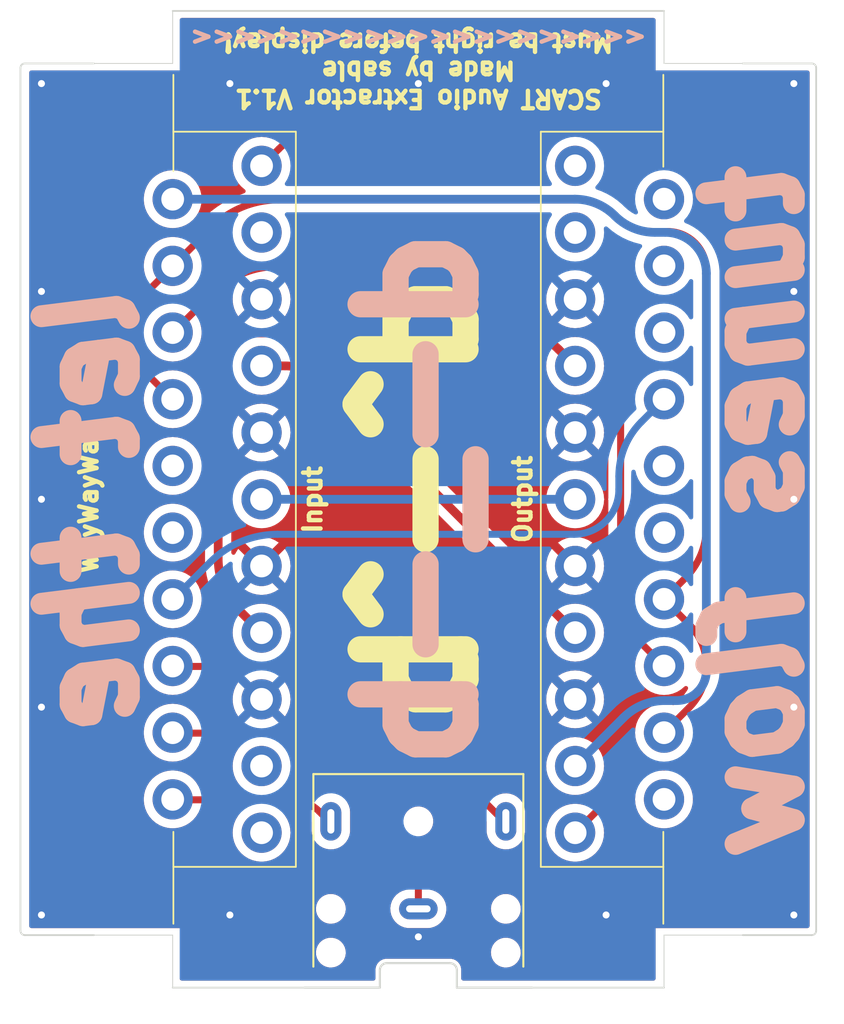
<source format=kicad_pcb>
(kicad_pcb (version 20221018) (generator pcbnew)
  (layers (0 "F.Cu" signal) (31 "B.Cu" signal) (34 "B.Paste" user) (35 "F.Paste" user) (36 "B.SilkS" user "B.Silkscreen") (37 "F.SilkS" user "F.Silkscreen") (38 "B.Mask" user) (39 "F.Mask" user) (44 "Edge.Cuts" user))
  (net 0 "")
  (net 1 "Audio Gnd")
  (net 2 "Video Gnd")
  (net 3 "Audio Right")
  (net 4 "Blue")
  (net 5 "Status")
  (net 7 "Green")
  (net 9 "Red")
  (net 10 "Blanking")
  (net 11 "Audio Left")
  (net 12 "unconnected-(J1-P1-Pad1)")
  (net 13 "Shell")
  (net 20 "Composite")
  (net 25 "Status{slash}Blanking Gnd")
  (footprint "Connector_Audio:Jack_3.5mm_CUI_SJ1-3523N_Horizontal" (layer "F.Cu") (at 149.04 81.9)
    (fp_text reference "J3" hide)
    (fp_text value "AudioJack3")
    (fp_line (start -6 -7.7) (end 6 -7.7) (stroke (width 0.12)) (layer "F.SilkS"))
    (fp_line (start -6 3.3) (end -6 -7.7) (stroke (width 0.12)) (layer "F.SilkS"))
    (fp_line (start 6 -7.7) (end 6 3.3) (stroke (width 0.12)) (layer "F.SilkS"))
    (fp_line (start -2.2 3.5) (end -2.2 4.5) (stroke (width 0.12)) (layer "Edge.Cuts"))
    (fp_line (start -2.2 4.5) (end -6.5 4.5) (stroke (width 0.12)) (layer "Edge.Cuts"))
    (fp_line (start 1.8 3.1) (end -1.8 3.1) (stroke (width 0.12)) (layer "Edge.Cuts"))
    (fp_line (start 2.2 3.5) (end 2.2 4.5) (stroke (width 0.12)) (layer "Edge.Cuts"))
    (fp_line (start 2.2 4.5) (end 6.5 4.5) (stroke (width 0.12)) (layer "Edge.Cuts"))
    (fp_arc (start -2.2 3.5) (mid -2.082843 3.217158) (end -1.8 3.1) (stroke (width 0.12)) (layer "Edge.Cuts"))
    (fp_arc (start 1.8 3.1) (mid 2.082843 3.217157) (end 2.2 3.5) (stroke (width 0.12)) (layer "Edge.Cuts"))
    (pad "" np_thru_hole circle (at -5 0) (size 1.2 1.2) (drill 1.2) (layers "F&B.Cu" "*.Mask"))
    (pad "" np_thru_hole circle (at -5 2.5) (size 1.2 1.2) (drill 1.2) (layers "F&B.Cu" "*.Mask"))
    (pad "" np_thru_hole circle (at 0 -5) (size 1.2 1.2) (drill 1.2) (layers "F&B.Cu" "*.Mask"))
    (pad "" np_thru_hole circle (at 5 0) (size 1.2 1.2) (drill 1.2) (layers "F&B.Cu" "*.Mask"))
    (pad "" np_thru_hole circle (at 5 2.5) (size 1.2 1.2) (drill 1.2) (layers "F&B.Cu" "*.Mask"))
    (pad "R" thru_hole oval (at -5 -5) (size 1.2 2.2) (drill oval 0.4 1.4) (layers "*.Cu" "*.Mask") (net 3 "Audio Right"))
    (pad "S" thru_hole oval (at 0 0) (size 2.2 1.2) (drill oval 1.4 0.4) (layers "*.Cu" "*.Mask") (net 1 "Audio Gnd"))
    (pad "T" thru_hole oval (at 5 -5 180) (size 1.2 2.2) (drill oval 0.4 1.4) (layers "*.Cu" "*.Mask") (net 11 "Audio Left"))
  )
  (footprint "Connector_AV:KYCON_SCART_K-SCARTX-022_Horizontal" (layer "F.Cu") (at 137.54 58.5 90)
    (fp_text reference "J1" hide)
    (fp_text value "SCART-F")
    (fp_line (start -21 4.5) (end -21 -2.5) (stroke (width 0.1)) (layer "F.SilkS"))
    (fp_line (start -19 -2.5) (end -24.25 -2.5) (stroke (width 0.1)) (layer "F.SilkS"))
    (fp_line (start 18.75 -2.5) (end 24.25 -2.5) (stroke (width 0.1)) (layer "F.SilkS"))
    (fp_line (start 21 -2.5) (end 21 4.5) (stroke (width 0.1)) (layer "F.SilkS"))
    (fp_line (start 21 4.5) (end -21 4.5) (stroke (width 0.1)) (layer "F.SilkS"))
    (fp_line (start -24.9 -7.04) (end -24.9 -2.54) (stroke (width 0.05)) (layer "Edge.Cuts"))
    (fp_line (start -24.9 -2.54) (end -27.9 -2.54) (stroke (width 0.05)) (layer "Edge.Cuts"))
    (fp_line (start 24.9 -7.04) (end 24.9 -2.54) (stroke (width 0.05)) (layer "Edge.Cuts"))
    (fp_line (start 24.9 -2.54) (end 27.9 -2.54) (stroke (width 0.05)) (layer "Edge.Cuts"))
    (pad "1" thru_hole circle (at -19.05 2.54 90) (size 2.3 2.3) (drill 1.3) (layers "*.Cu" "*.Mask") (net 12 "unconnected-(J1-P1-Pad1)"))
    (pad "2" thru_hole circle (at -17.145 -2.54 90) (size 2.3 2.3) (drill 1.3) (layers "*.Cu" "*.Mask") (net 3 "Audio Right"))
    (pad "3" thru_hole circle (at -15.24 2.54 90) (size 2.3 2.3) (drill 1.3) (layers "*.Cu" "*.Mask"))
    (pad "4" thru_hole circle (at -13.335 -2.54 90) (size 2.3 2.3) (drill 1.3) (layers "*.Cu" "*.Mask") (net 1 "Audio Gnd"))
    (pad "5" thru_hole circle (at -11.43 2.54 90) (size 2.3 2.3) (drill 1.3) (layers "*.Cu" "*.Mask") (net 2 "Video Gnd"))
    (pad "6" thru_hole circle (at -9.525 -2.54 90) (size 2.3 2.3) (drill 1.3) (layers "*.Cu" "*.Mask") (net 11 "Audio Left"))
    (pad "7" thru_hole circle (at -7.62 2.54 90) (size 2.3 2.3) (drill 1.3) (layers "*.Cu" "*.Mask") (net 4 "Blue"))
    (pad "8" thru_hole circle (at -5.715 -2.54 90) (size 2.3 2.3) (drill 1.3) (layers "*.Cu" "*.Mask") (net 5 "Status"))
    (pad "9" thru_hole circle (at -3.81 2.54 90) (size 2.3 2.3) (drill 1.3) (layers "*.Cu" "*.Mask") (net 2 "Video Gnd"))
    (pad "10" thru_hole circle (at -1.905 -2.54 90) (size 2.3 2.3) (drill 1.3) (layers "*.Cu" "*.Mask"))
    (pad "11" thru_hole circle (at 0 2.54 90) (size 2.3 2.3) (drill 1.3) (layers "*.Cu" "*.Mask") (net 7 "Green"))
    (pad "12" thru_hole circle (at 1.905 -2.54 90) (size 2.3 2.3) (drill 1.3) (layers "*.Cu" "*.Mask"))
    (pad "13" thru_hole circle (at 3.81 2.54 90) (size 2.3 2.3) (drill 1.3) (layers "*.Cu" "*.Mask") (net 2 "Video Gnd"))
    (pad "14" thru_hole circle (at 5.715 -2.54 90) (size 2.3 2.3) (drill 1.3) (layers "*.Cu" "*.Mask") (net 25 "Status{slash}Blanking Gnd"))
    (pad "15" thru_hole circle (at 7.62 2.54 90) (size 2.3 2.3) (drill 1.3) (layers "*.Cu" "*.Mask") (net 9 "Red"))
    (pad "16" thru_hole circle (at 9.525 -2.54 90) (size 2.3 2.3) (drill 1.3) (layers "*.Cu" "*.Mask") (net 10 "Blanking"))
    (pad "17" thru_hole circle (at 11.43 2.54 90) (size 2.3 2.3) (drill 1.3) (layers "*.Cu" "*.Mask") (net 2 "Video Gnd"))
    (pad "18" thru_hole circle (at 13.335 -2.54 90) (size 2.3 2.3) (drill 1.3) (layers "*.Cu" "*.Mask") (net 25 "Status{slash}Blanking Gnd"))
    (pad "19" thru_hole circle (at 15.24 2.54 90) (size 2.3 2.3) (drill 1.3) (layers "*.Cu" "*.Mask"))
    (pad "20" thru_hole circle (at 17.145 -2.54 90) (size 2.3 2.3) (drill 1.3) (layers "*.Cu" "*.Mask") (net 20 "Composite"))
    (pad "21" thru_hole circle (at 19.05 2.54 90) (size 2.3 2.3) (drill 1.3) (layers "*.Cu" "*.Mask") (net 13 "Shell"))
  )
  (footprint "Connector_AV:KYCON_SCART_K-SCARTX-022_Horizontal" (layer "F.Cu") (at 160.54 58.5 -90)
    (fp_text reference "J2" hide)
    (fp_text value "SCART-F")
    (fp_line (start -21 4.5) (end -21 -2.5) (stroke (width 0.1)) (layer "F.SilkS"))
    (fp_line (start -19 -2.5) (end -24.25 -2.5) (stroke (width 0.1)) (layer "F.SilkS"))
    (fp_line (start 19 -2.5) (end 24.25 -2.5) (stroke (width 0.1)) (layer "F.SilkS"))
    (fp_line (start 21 -2.5) (end 21 4.5) (stroke (width 0.1)) (layer "F.SilkS"))
    (fp_line (start 21 4.5) (end -21 4.5) (stroke (width 0.1)) (layer "F.SilkS"))
    (fp_line (start -24.9 -7.04) (end -24.9 -2.54) (stroke (width 0.05)) (layer "Edge.Cuts"))
    (fp_line (start -24.9 -2.54) (end -27.9 -2.54) (stroke (width 0.05)) (layer "Edge.Cuts"))
    (fp_line (start 24.9 -7.04) (end 24.9 -2.54) (stroke (width 0.05)) (layer "Edge.Cuts"))
    (fp_line (start 24.9 -2.54) (end 27.9 -2.54) (stroke (width 0.05)) (layer "Edge.Cuts"))
    (pad "1" thru_hole circle (at -19.05 2.54 270) (size 2.3 2.3) (drill 1.3) (layers "*.Cu" "*.Mask"))
    (pad "2" thru_hole circle (at -17.145 -2.54 270) (size 2.3 2.3) (drill 1.3) (layers "*.Cu" "*.Mask"))
    (pad "3" thru_hole circle (at -15.24 2.54 270) (size 2.3 2.3) (drill 1.3) (layers "*.Cu" "*.Mask"))
    (pad "4" thru_hole circle (at -13.335 -2.54 270) (size 2.3 2.3) (drill 1.3) (layers "*.Cu" "*.Mask"))
    (pad "5" thru_hole circle (at -11.43 2.54 270) (size 2.3 2.3) (drill 1.3) (layers "*.Cu" "*.Mask") (net 2 "Video Gnd"))
    (pad "6" thru_hole circle (at -9.525 -2.54 270) (size 2.3 2.3) (drill 1.3) (layers "*.Cu" "*.Mask"))
    (pad "7" thru_hole circle (at -7.62 2.54 270) (size 2.3 2.3) (drill 1.3) (layers "*.Cu" "*.Mask") (net 4 "Blue"))
    (pad "8" thru_hole circle (at -5.715 -2.54 270) (size 2.3 2.3) (drill 1.3) (layers "*.Cu" "*.Mask") (net 5 "Status"))
    (pad "9" thru_hole circle (at -3.81 2.54 270) (size 2.3 2.3) (drill 1.3) (layers "*.Cu" "*.Mask") (net 2 "Video Gnd"))
    (pad "10" thru_hole circle (at -1.905 -2.54 270) (size 2.3 2.3) (drill 1.3) (layers "*.Cu" "*.Mask"))
    (pad "11" thru_hole circle (at 0 2.54 270) (size 2.3 2.3) (drill 1.3) (layers "*.Cu" "*.Mask") (net 7 "Green"))
    (pad "12" thru_hole circle (at 1.905 -2.54 270) (size 2.3 2.3) (drill 1.3) (layers "*.Cu" "*.Mask"))
    (pad "13" thru_hole circle (at 3.81 2.54 270) (size 2.3 2.3) (drill 1.3) (layers "*.Cu" "*.Mask") (net 2 "Video Gnd"))
    (pad "14" thru_hole circle (at 5.715 -2.54 270) (size 2.3 2.3) (drill 1.3) (layers "*.Cu" "*.Mask") (net 25 "Status{slash}Blanking Gnd"))
    (pad "15" thru_hole circle (at 7.62 2.54 270) (size 2.3 2.3) (drill 1.3) (layers "*.Cu" "*.Mask") (net 9 "Red"))
    (pad "16" thru_hole circle (at 9.525 -2.54 270) (size 2.3 2.3) (drill 1.3) (layers "*.Cu" "*.Mask") (net 10 "Blanking"))
    (pad "17" thru_hole circle (at 11.43 2.54 270) (size 2.3 2.3) (drill 1.3) (layers "*.Cu" "*.Mask") (net 2 "Video Gnd"))
    (pad "18" thru_hole circle (at 13.335 -2.54 270) (size 2.3 2.3) (drill 1.3) (layers "*.Cu" "*.Mask") (net 25 "Status{slash}Blanking Gnd"))
    (pad "19" thru_hole circle (at 15.24 2.54 270) (size 2.3 2.3) (drill 1.3) (layers "*.Cu" "*.Mask") (net 20 "Composite"))
    (pad "20" thru_hole circle (at 17.145 -2.54 270) (size 2.3 2.3) (drill 1.3) (layers "*.Cu" "*.Mask"))
    (pad "21" thru_hole circle (at 19.05 2.54 270) (size 2.3 2.3) (drill 1.3) (layers "*.Cu" "*.Mask") (net 13 "Shell"))
  )
  (gr_arc (start 126.55 83.4) (mid 126.373223 83.326777) (end 126.3 83.15) (stroke (width 0.1)) (layer "Edge.Cuts"))
  (gr_line (start 167.58 33.6) (end 171.525 33.6) (stroke (width 0.1)) (layer "Edge.Cuts"))
  (gr_line (start 155.54 86.4) (end 163.08 86.4) (stroke (width 0.1)) (layer "Edge.Cuts"))
  (gr_arc (start 171.525 33.6) (mid 171.701777 33.673223) (end 171.775 33.85) (stroke (width 0.1)) (layer "Edge.Cuts"))
  (gr_arc (start 171.775 83.15) (mid 171.701777 83.326777) (end 171.525 83.4) (stroke (width 0.1)) (layer "Edge.Cuts"))
  (gr_line (start 171.775 33.85) (end 171.775 83.15) (stroke (width 0.1)) (layer "Edge.Cuts"))
  (gr_line (start 130.5 33.6) (end 126.55 33.6) (stroke (width 0.1)) (layer "Edge.Cuts"))
  (gr_line (start 126.3 33.85) (end 126.3 83.15) (stroke (width 0.1)) (layer "Edge.Cuts"))
  (gr_line (start 167.58 83.4) (end 171.525 83.4) (stroke (width 0.1)) (layer "Edge.Cuts"))
  (gr_arc (start 126.3 33.85) (mid 126.373223 33.673223) (end 126.55 33.6) (stroke (width 0.1)) (layer "Edge.Cuts"))
  (gr_line (start 130.5 83.4) (end 126.55 83.4) (stroke (width 0.1)) (layer "Edge.Cuts"))
  (gr_line (start 163.08 30.6) (end 135 30.6) (stroke (width 0.1)) (layer "Edge.Cuts"))
  (gr_line (start 142.54 86.4) (end 135 86.4) (stroke (width 0.1)) (layer "Edge.Cuts"))
  (gr_text "d-_-b" (at 149.04 58.500001 90) (layer "B.SilkS") (effects (font (size 6 6) (thickness 1.5) bold) (justify mirror)))
  (gr_text "let the" (at 130.25 58.875001 90) (layer "B.SilkS") (effects (font (size 5 5) (thickness 1.25) bold italic) (justify mirror)))
  (gr_text "<<<<<<<<<<<<<<<<<<<<<" (at 149.04 32) (layer "B.SilkS") (effects (font (size 1 1) (thickness 0.25) bold) (justify mirror)))
  (gr_text "tunes flow" (at 168.25 58.875001 90) (layer "B.SilkS") (effects (font (size 5 5) (thickness 1.25) bold italic) (justify mirror)))
  (gr_text "Input" (at 143 58.525001 90) (layer "F.SilkS") (effects (font (size 1 1) (thickness 0.25) bold)))
  (gr_text "SCART Audio Extractor V1.1\nMade by sable\nMust be right before display!\n" (at 149.04 34 180) (layer "F.SilkS") (effects (font (size 1 1) (thickness 0.25) bold)))
  (gr_text "WayWayWay" (at 130.2 58.5 90) (layer "F.SilkS") (effects (font (size 1 1) (thickness 0.25) bold)))
  (gr_text "d^-^b" (at 149.04 58.500001 90) (layer "F.SilkS") (effects (font (size 6 6) (thickness 1.5) bold)))
  (gr_text "Output\n" (at 155 58.500001 90) (layer "F.SilkS") (effects (font (size 1 1) (thickness 0.25) bold)))
  (segment (start 134.46875 71.32875) (end 134.53125 71.39125) (width 0.4) (layer "F.Cu") (net 1))
  (segment (start 134.875 71.735) (end 134.65625 71.51625) (width 0.4) (layer "F.Cu") (net 1))
  (segment (start 135.3125 72.1725) (end 135.125 71.985) (width 0.4) (layer "F.Cu") (net 1))
  (segment (start 134.53125 71.39125) (end 134.59375 71.45375) (width 0.4) (layer "F.Cu") (net 1))
  (segment (start 135.125 71.985) (end 134.875 71.735) (width 0.4) (layer "F.Cu") (net 1))
  (segment (start 134.40625 71.26625) (end 134.46875 71.32875) (width 0.4) (layer "F.Cu") (net 1))
  (segment (start 147.816705 77.316705) (end 143.953792 73.453792) (width 0.4) (layer "F.Cu") (net 1))
  (segment (start 140.106036 71.86) (end 135.176776 71.86) (width 0.4) (layer "F.Cu") (net 1))
  (segment (start 134.59375 71.45375) (end 134.65625 71.51625) (width 0.4) (layer "F.Cu") (net 1))
  (segment (start 135.4375 72.2975) (end 135.5 72.36) (width 0.4) (layer "F.Cu") (net 1))
  (segment (start 135.3125 72.1725) (end 135.4375 72.2975) (width 0.4) (layer "F.Cu") (net 1))
  (segment (start 149.04 80.27) (end 149.04 82) (width 0.4) (layer "F.Cu") (net 1))
  (segment (start 134.40625 71.26625) (end 134.375 71.235) (width 0.4) (layer "F.Cu") (net 1))
  (arc (start 135.176776 71.86) (mid 135.013456 71.827513) (end 134.875 71.735) (width 0.4) (layer "F.Cu") (net 1))
  (arc (start 140.106036 71.86) (mid 142.188426 72.274213) (end 143.953792 73.453792) (width 0.4) (layer "F.Cu") (net 1))
  (arc (start 135.125 71.985) (mid 135.109126 71.905201) (end 135.176776 71.86) (width 0.4) (layer "F.Cu") (net 1))
  (arc (start 149.04 80.27) (mid 148.722075 78.671688) (end 147.816705 77.316705) (width 0.4) (layer "F.Cu") (net 1))
  (via (at 149.04 83.5) (size 0.8) (drill 0.4) (layers "F.Cu" "B.Cu") (net 2))
  (via (at 127.5 70.375) (size 0.8) (drill 0.4) (layers "F.Cu" "B.Cu") (net 2))
  (via (at 138.27 82.25) (size 0.8) (drill 0.4) (layers "F.Cu" "B.Cu") (net 2))
  (via (at 170.5 58.5) (size 0.8) (drill 0.4) (layers "F.Cu" "B.Cu") (net 2))
  (via (at 127.5 82.25) (size 0.8) (drill 0.4) (layers "F.Cu" "B.Cu") (net 2))
  (via (at 127.5 46.625) (size 0.8) (drill 0.4) (layers "F.Cu" "B.Cu") (net 2))
  (via (at 159.77 34.75) (size 0.8) (drill 0.4) (layers "F.Cu" "B.Cu") (net 2))
  (via (at 127.5 34.75) (size 0.8) (drill 0.4) (layers "F.Cu" "B.Cu") (net 2))
  (via (at 170.5 70.375) (size 0.8) (drill 0.4) (layers "F.Cu" "B.Cu") (net 2))
  (via (at 170.5 46.625) (size 0.8) (drill 0.4) (layers "F.Cu" "B.Cu") (net 2))
  (via (at 170.5 82.25) (size 0.8) (drill 0.4) (layers "F.Cu" "B.Cu") (net 2))
  (via (at 170.5 34.75) (size 0.8) (drill 0.4) (layers "F.Cu" "B.Cu") (net 2))
  (via (at 149.04 34.75) (size 0.8) (drill 0.4) (layers "F.Cu" "B.Cu") (net 2))
  (via (at 138.27 34.75) (size 0.8) (drill 0.4) (layers "F.Cu" "B.Cu") (net 2))
  (via (at 127.5 58.5) (size 0.8) (drill 0.4) (layers "F.Cu" "B.Cu") (net 2))
  (via (at 159.77 82.25) (size 0.8) (drill 0.4) (layers "F.Cu" "B.Cu") (net 2))
  (segment (start 143.375 76.335) (end 144.04 77) (width 0.4) (layer "F.Cu") (net 3))
  (segment (start 141.769547 75.67) (end 135 75.67) (width 0.4) (layer "F.Cu") (net 3))
  (arc (start 141.769547 75.67) (mid 142.638412 75.842827) (end 143.375 76.335) (width 0.4) (layer "F.Cu") (net 3))
  (segment (start 138.84 64.88) (end 140.08 66.12) (width 0.5) (layer "F.Cu") (net 4))
  (segment (start 137.6 61.886375) (end 137.6 51.048528) (width 0.5) (layer "F.Cu") (net 4))
  (segment (start 139.648528 49) (end 154.790639 49) (width 0.5) (layer "F.Cu") (net 4))
  (segment (start 157.06 49.94) (end 158 50.88) (width 0.5) (layer "F.Cu") (net 4))
  (arc (start 139.648528 49) (mid 138.86459 49.155934) (end 138.2 49.6) (width 0.5) (layer "F.Cu") (net 4))
  (arc (start 138.2 49.6) (mid 137.755934 50.26459) (end 137.6 51.048528) (width 0.5) (layer "F.Cu") (net 4))
  (arc (start 157.06 49.94) (mid 156.018808 49.244298) (end 154.790639 49) (width 0.5) (layer "F.Cu") (net 4))
  (arc (start 137.6 61.886375) (mid 137.922265 63.506513) (end 138.84 64.88) (width 0.5) (layer "F.Cu") (net 4))
  (segment (start 140.993963 60.5) (end 157.939339 60.5) (width 0.4) (layer "B.Cu") (net 5))
  (segment (start 137.146207 62.093792) (end 135 64.24) (width 0.4) (layer "B.Cu") (net 5))
  (segment (start 161.785166 54.079833) (end 163.08 52.785) (width 0.4) (layer "B.Cu") (net 5))
  (segment (start 160.5 57.939339) (end 160.5 57.1825) (width 0.4) (layer "B.Cu") (net 5))
  (arc (start 159.75 59.75) (mid 158.919261 60.305081) (end 157.939339 60.5) (width 0.4) (layer "B.Cu") (net 5))
  (arc (start 161.785166 54.079833) (mid 160.834003 55.503348) (end 160.5 57.1825) (width 0.4) (layer "B.Cu") (net 5))
  (arc (start 140.993963 60.5) (mid 138.911572 60.914213) (end 137.146207 62.093792) (width 0.4) (layer "B.Cu") (net 5))
  (arc (start 160.5 57.939339) (mid 160.305081 58.919261) (end 159.75 59.75) (width 0.4) (layer "B.Cu") (net 5))
  (segment (start 140.08 58.5) (end 158 58.5) (width 0.5) (layer "B.Cu") (net 7))
  (segment (start 140.0925 58.5125) (end 140.08 58.525) (width 0.4) (layer "B.Cu") (net 7))
  (arc (start 140.0925 58.5125) (mid 140.106345 58.503248) (end 140.122677 58.5) (width 0.4) (layer "B.Cu") (net 7))
  (segment (start 155.66 63.78) (end 157.22 65.34) (width 0.5) (layer "F.Cu") (net 9))
  (segment (start 151.76 59.88) (end 154.88 63) (width 0.5) (layer "F.Cu") (net 9))
  (segment (start 157.94 66.06) (end 157.97 66.09) (width 0.4) (layer "F.Cu") (net 9))
  (segment (start 141.42 50.88) (end 140.08 50.88) (width 0.5) (layer "F.Cu") (net 9))
  (segment (start 151.76 59.88) (end 143.707523 51.827523) (width 0.5) (layer "F.Cu") (net 9))
  (segment (start 154.88 63) (end 155.66 63.78) (width 0.5) (layer "F.Cu") (net 9))
  (segment (start 157.22 65.34) (end 158 66.12) (width 0.5) (layer "F.Cu") (net 9))
  (arc (start 157.97 66.09) (mid 157.982426 66.12) (end 157.97 66.15) (width 0.4) (layer "F.Cu") (net 9))
  (arc (start 141.42 50.88) (mid 142.657998 51.126253) (end 143.707523 51.827523) (width 0.5) (layer "F.Cu") (net 9))
  (arc (start 157.94 66.06) (mid 157.87354 66.015593) (end 157.795147 66) (width 0.4) (layer "F.Cu") (net 9))
  (segment (start 137.206207 46.793792) (end 135 49) (width 0.4) (layer "F.Cu") (net 10))
  (segment (start 160.6 47.248528) (end 160.6 63.791375) (width 0.4) (layer "F.Cu") (net 10))
  (segment (start 161.84 66.785) (end 163.08 68.025) (width 0.4) (layer "F.Cu") (net 10))
  (segment (start 158.551471 45.2) (end 141.053963 45.2) (width 0.4) (layer "F.Cu") (net 10))
  (arc (start 160 45.8) (mid 160.444065 46.46459) (end 160.6 47.248528) (width 0.4) (layer "F.Cu") (net 10))
  (arc (start 141.053963 45.2) (mid 138.971572 45.614213) (end 137.206207 46.793792) (width 0.4) (layer "F.Cu") (net 10))
  (arc (start 161.84 66.785) (mid 160.922265 65.411513) (end 160.6 63.791375) (width 0.4) (layer "F.Cu") (net 10))
  (arc (start 160 45.8) (mid 159.335409 45.355934) (end 158.551471 45.2) (width 0.4) (layer "F.Cu") (net 10))
  (segment (start 142.836036 68.05) (end 135 68.05) (width 0.4) (layer "F.Cu") (net 11))
  (segment (start 146.683792 69.643792) (end 154.04 77) (width 0.4) (layer "F.Cu") (net 11))
  (arc (start 142.836036 68.05) (mid 144.918426 68.464213) (end 146.683792 69.643792) (width 0.4) (layer "F.Cu") (net 11))
  (segment (start 140.1275 77.575) (end 140.08 77.575) (width 0.4) (layer "F.Cu") (net 12))
  (arc (start 140.1275 77.575) (mid 140.171384 77.583728) (end 140.208587 77.608587) (width 0.4) (layer "F.Cu") (net 12))
  (segment (start 160.813083 74.736916) (end 158 77.55) (width 0.4) (layer "F.Cu") (net 13))
  (segment (start 166.5 43.253963) (end 166.5 70.215075) (width 0.4) (layer "F.Cu") (net 13))
  (segment (start 165.449999 72.749999) (end 165.336916 72.863083) (width 0.4) (layer "F.Cu") (net 13))
  (segment (start 143.451535 37.5) (end 160.746036 37.5) (width 0.4) (layer "F.Cu") (net 13))
  (segment (start 141.0675 38.4875) (end 140.08 39.475) (width 0.4) (layer "F.Cu") (net 13))
  (segment (start 164.906207 39.406207) (end 164.593792 39.093792) (width 0.4) (layer "F.Cu") (net 13))
  (arc (start 166.5 43.253963) (mid 166.085786 41.171572) (end 164.906207 39.406207) (width 0.4) (layer "F.Cu") (net 13))
  (arc (start 163.075 73.8) (mid 161.850859 74.043496) (end 160.813083 74.736916) (width 0.4) (layer "F.Cu") (net 13))
  (arc (start 163.075 73.8) (mid 164.29914 73.556503) (end 165.336916 72.863083) (width 0.4) (layer "F.Cu") (net 13))
  (arc (start 141.0675 38.4875) (mid 142.161304 37.756642) (end 143.451535 37.5) (width 0.4) (layer "F.Cu") (net 13))
  (arc (start 164.593792 39.093792) (mid 162.828426 37.914213) (end 160.746036 37.5) (width 0.4) (layer "F.Cu") (net 13))
  (arc (start 165.449999 72.749999) (mid 166.227113 71.586966) (end 166.5 70.215075) (width 0.4) (layer "F.Cu") (net 13))
  (segment (start 163.152728 43.25) (end 162.557467 43.25) (width 0.5) (layer "B.Cu") (net 20))
  (segment (start 163.12 70) (end 163.792893 70) (width 0.5) (layer "B.Cu") (net 20))
  (segment (start 165.5 45.597271) (end 165.5 68.292893) (width 0.5) (layer "B.Cu") (net 20))
  (segment (start 157.982532 41.355) (end 135 41.355) (width 0.5) (layer "B.Cu") (net 20))
  (segment (start 160.764192 70.975807) (end 158 73.74) (width 0.5) (layer "B.Cu") (net 20))
  (arc (start 165 69.5) (mid 164.446174 69.870054) (end 163.792893 70) (width 0.5) (layer "B.Cu") (net 20))
  (arc (start 160.27 42.3025) (mid 159.2205 41.601247) (end 157.982532 41.355) (width 0.5) (layer "B.Cu") (net 20))
  (arc (start 164.8125 43.9375) (mid 164.05099 43.428675) (end 163.152728 43.25) (width 0.5) (layer "B.Cu") (net 20))
  (arc (start 164.8125 43.9375) (mid 165.321324 44.699009) (end 165.5 45.597271) (width 0.5) (layer "B.Cu") (net 20))
  (arc (start 160.27 42.3025) (mid 161.319498 43.003752) (end 162.557467 43.25) (width 0.5) (layer "B.Cu") (net 20))
  (arc (start 163.12 70) (mid 161.845046 70.253603) (end 160.764192 70.975807) (width 0.5) (layer "B.Cu") (net 20))
  (arc (start 165.5 68.292893) (mid 165.370054 68.946174) (end 165 69.5) (width 0.5) (layer "B.Cu") (net 20))
  (segment (start 133.426309 51.236309) (end 135 52.81) (width 0.4) (layer "F.Cu") (net 25))
  (segment (start 164.517121 70.397878) (end 163.08 71.835) (width 0.4) (layer "F.Cu") (net 25))
  (segment (start 164.29 63.005) (end 163.08 64.215) (width 0.4) (layer "F.Cu") (net 25))
  (segment (start 165.5 45.419238) (end 165.5 60.083801) (width 0.4) (layer "F.Cu") (net 25))
  (segment (start 158.127207 41.4) (end 141.043963 41.4) (width 0.4) (layer "F.Cu") (net 25))
  (segment (start 137.196207 42.993792) (end 135 45.19) (width 0.4) (layer "F.Cu") (net 25))
  (segment (start 135 45.19) (end 133.426309 46.76369) (width 0.4) (layer "F.Cu") (net 25))
  (segment (start 164.517121 65.652121) (end 163.08 64.215) (width 0.4) (layer "F.Cu") (net 25))
  (segment (start 163.280761 43.2) (end 162.472792 43.2) (width 0.4) (layer "F.Cu") (net 25))
  (arc (start 137.196207 42.993792) (mid 138.961572 41.814213) (end 141.043963 41.4) (width 0.4) (layer "F.Cu") (net 25))
  (arc (start 132.5 49) (mid 132.740739 47.789717) (end 133.426309 46.76369) (width 0.4) (layer "F.Cu") (net 25))
  (arc (start 164.85 43.85) (mid 164.130027 43.368929) (end 163.280761 43.2) (width 0.4) (layer "F.Cu") (net 25))
  (arc (start 164.85 43.85) (mid 165.33107 44.569972) (end 165.5 45.419238) (width 0.4) (layer "F.Cu") (net 25))
  (arc (start 165.5 68.025) (mid 165.244558 69.309192) (end 164.517121 70.397878) (width 0.4) (layer "F.Cu") (net 25))
  (arc (start 160.3 42.3) (mid 161.296885 42.966097) (end 162.472792 43.2) (width 0.4) (layer "F.Cu") (net 25))
  (arc (start 165.5 60.083801) (mid 165.185531 61.664742) (end 164.29 63.005) (width 0.4) (layer "F.Cu") (net 25))
  (arc (start 160.3 42.3) (mid 159.303114 41.633902) (end 158.127207 41.4) (width 0.4) (layer "F.Cu") (net 25))
  (arc (start 132.5 49) (mid 132.740739 50.210281) (end 133.426309 51.236309) (width 0.4) (layer "F.Cu") (net 25))
  (arc (start 164.517121 65.652121) (mid 165.244558 66.740807) (end 165.5 68.025) (width 0.4) (layer "F.Cu") (net 25))
  (zone (net 2) (net_name "Video Gnd") (layer "F.Cu") (connect_pads (clearance 0.5)) (min_thickness 0.25) (fill yes (thermal_gap 0.5) (thermal_bridge_width 0.5))
    (polygon (pts (xy 135.4 86) (xy 162.6 86) (xy 162.6 83) (xy 171.4 83) (xy 171.4 34) (xy 162.6 34) (xy 162.6 31) (xy 135.4 31) (xy 135.4 34) (xy 126.8 34) (xy 126.8 83) (xy 135.4 83)))
  )
  (zone (net 2) (net_name "Video Gnd") (layer "B.Cu") (connect_pads (clearance 0.5)) (min_thickness 0.25) (fill yes (thermal_gap 0.5) (thermal_bridge_width 0.5))
    (polygon (pts (xy 135.4 86) (xy 162.6 86) (xy 162.6 83) (xy 171.4 83) (xy 171.4 34) (xy 162.6 34) (xy 162.6 31) (xy 135.4 31) (xy 135.4 34) (xy 126.8 34) (xy 126.8 83) (xy 135.4 83)))
  )
)
</source>
